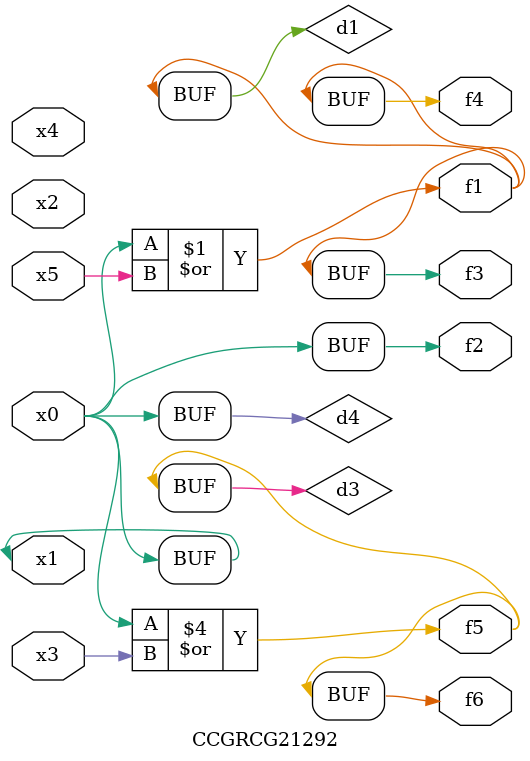
<source format=v>
module CCGRCG21292(
	input x0, x1, x2, x3, x4, x5,
	output f1, f2, f3, f4, f5, f6
);

	wire d1, d2, d3, d4;

	or (d1, x0, x5);
	xnor (d2, x1, x4);
	or (d3, x0, x3);
	buf (d4, x0, x1);
	assign f1 = d1;
	assign f2 = d4;
	assign f3 = d1;
	assign f4 = d1;
	assign f5 = d3;
	assign f6 = d3;
endmodule

</source>
